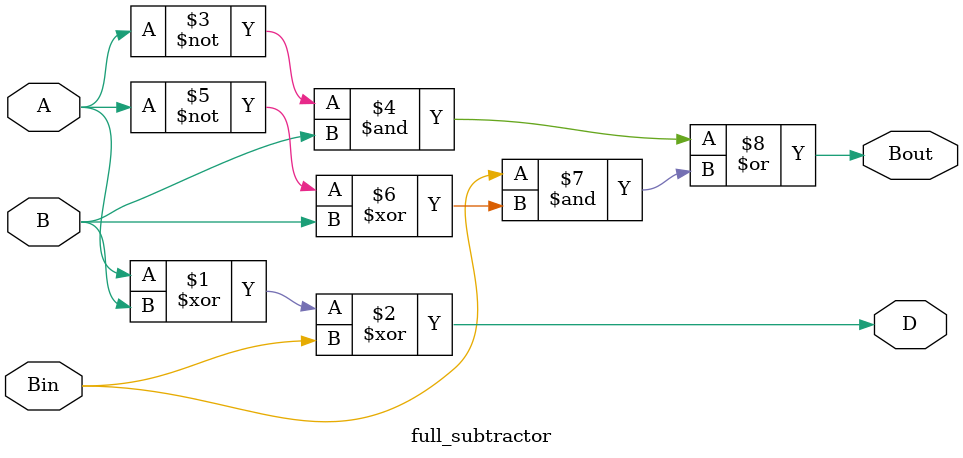
<source format=sv>
module full_subtractor(input A, B, Bin, output D, Bout);
  assign D = A ^ B ^ Bin;
  assign Bout = (~A & B) | Bin & (~A ^ B);
endmodule	
</source>
